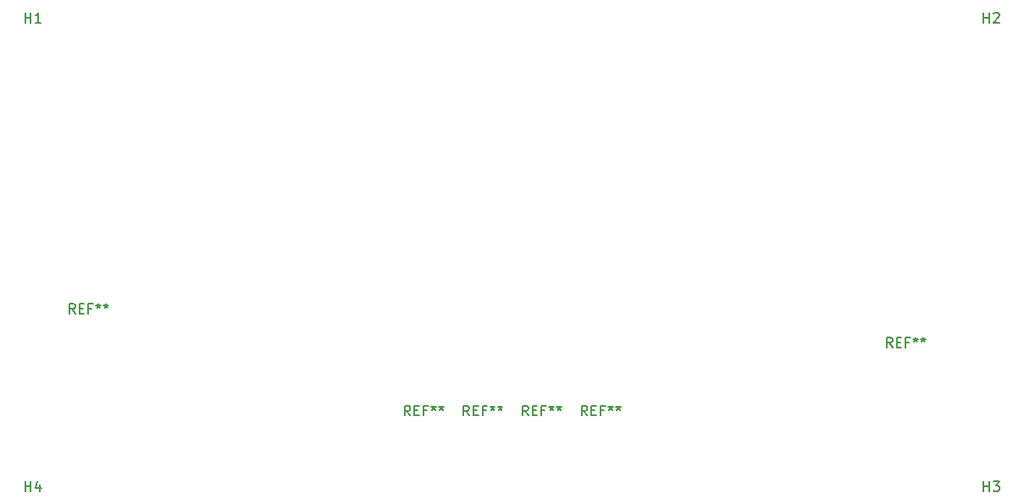
<source format=gbr>
G04 #@! TF.GenerationSoftware,KiCad,Pcbnew,5.0.2+dfsg1-1*
G04 #@! TF.CreationDate,2019-07-23T09:39:21-06:00*
G04 #@! TF.ProjectId,hl2-front,686c322d-6672-46f6-9e74-2e6b69636164,rev?*
G04 #@! TF.SameCoordinates,Original*
G04 #@! TF.FileFunction,Legend,Top*
G04 #@! TF.FilePolarity,Positive*
%FSLAX46Y46*%
G04 Gerber Fmt 4.6, Leading zero omitted, Abs format (unit mm)*
G04 Created by KiCad (PCBNEW 5.0.2+dfsg1-1) date Tue 23 Jul 2019 09:39:21 AM MDT*
%MOMM*%
%LPD*%
G01*
G04 APERTURE LIST*
%ADD10C,0.150000*%
G04 APERTURE END LIST*
G04 #@! TO.C,REF\002A\002A*
D10*
X120266666Y-184752380D02*
X119933333Y-184276190D01*
X119695238Y-184752380D02*
X119695238Y-183752380D01*
X120076190Y-183752380D01*
X120171428Y-183800000D01*
X120219047Y-183847619D01*
X120266666Y-183942857D01*
X120266666Y-184085714D01*
X120219047Y-184180952D01*
X120171428Y-184228571D01*
X120076190Y-184276190D01*
X119695238Y-184276190D01*
X120695238Y-184228571D02*
X121028571Y-184228571D01*
X121171428Y-184752380D02*
X120695238Y-184752380D01*
X120695238Y-183752380D01*
X121171428Y-183752380D01*
X121933333Y-184228571D02*
X121600000Y-184228571D01*
X121600000Y-184752380D02*
X121600000Y-183752380D01*
X122076190Y-183752380D01*
X122600000Y-183752380D02*
X122600000Y-183990476D01*
X122361904Y-183895238D02*
X122600000Y-183990476D01*
X122838095Y-183895238D01*
X122457142Y-184180952D02*
X122600000Y-183990476D01*
X122742857Y-184180952D01*
X123361904Y-183752380D02*
X123361904Y-183990476D01*
X123123809Y-183895238D02*
X123361904Y-183990476D01*
X123600000Y-183895238D01*
X123219047Y-184180952D02*
X123361904Y-183990476D01*
X123504761Y-184180952D01*
X114366666Y-184752380D02*
X114033333Y-184276190D01*
X113795238Y-184752380D02*
X113795238Y-183752380D01*
X114176190Y-183752380D01*
X114271428Y-183800000D01*
X114319047Y-183847619D01*
X114366666Y-183942857D01*
X114366666Y-184085714D01*
X114319047Y-184180952D01*
X114271428Y-184228571D01*
X114176190Y-184276190D01*
X113795238Y-184276190D01*
X114795238Y-184228571D02*
X115128571Y-184228571D01*
X115271428Y-184752380D02*
X114795238Y-184752380D01*
X114795238Y-183752380D01*
X115271428Y-183752380D01*
X116033333Y-184228571D02*
X115700000Y-184228571D01*
X115700000Y-184752380D02*
X115700000Y-183752380D01*
X116176190Y-183752380D01*
X116700000Y-183752380D02*
X116700000Y-183990476D01*
X116461904Y-183895238D02*
X116700000Y-183990476D01*
X116938095Y-183895238D01*
X116557142Y-184180952D02*
X116700000Y-183990476D01*
X116842857Y-184180952D01*
X117461904Y-183752380D02*
X117461904Y-183990476D01*
X117223809Y-183895238D02*
X117461904Y-183990476D01*
X117700000Y-183895238D01*
X117319047Y-184180952D02*
X117461904Y-183990476D01*
X117604761Y-184180952D01*
X108466666Y-184752380D02*
X108133333Y-184276190D01*
X107895238Y-184752380D02*
X107895238Y-183752380D01*
X108276190Y-183752380D01*
X108371428Y-183800000D01*
X108419047Y-183847619D01*
X108466666Y-183942857D01*
X108466666Y-184085714D01*
X108419047Y-184180952D01*
X108371428Y-184228571D01*
X108276190Y-184276190D01*
X107895238Y-184276190D01*
X108895238Y-184228571D02*
X109228571Y-184228571D01*
X109371428Y-184752380D02*
X108895238Y-184752380D01*
X108895238Y-183752380D01*
X109371428Y-183752380D01*
X110133333Y-184228571D02*
X109800000Y-184228571D01*
X109800000Y-184752380D02*
X109800000Y-183752380D01*
X110276190Y-183752380D01*
X110800000Y-183752380D02*
X110800000Y-183990476D01*
X110561904Y-183895238D02*
X110800000Y-183990476D01*
X111038095Y-183895238D01*
X110657142Y-184180952D02*
X110800000Y-183990476D01*
X110942857Y-184180952D01*
X111561904Y-183752380D02*
X111561904Y-183990476D01*
X111323809Y-183895238D02*
X111561904Y-183990476D01*
X111800000Y-183895238D01*
X111419047Y-184180952D02*
X111561904Y-183990476D01*
X111704761Y-184180952D01*
G04 #@! TO.C,H1*
X64075759Y-145413784D02*
X64075759Y-144413784D01*
X64075759Y-144889975D02*
X64647187Y-144889975D01*
X64647187Y-145413784D02*
X64647187Y-144413784D01*
X65647187Y-145413784D02*
X65075759Y-145413784D01*
X65361473Y-145413784D02*
X65361473Y-144413784D01*
X65266235Y-144556642D01*
X65170997Y-144651880D01*
X65075759Y-144699499D01*
G04 #@! TO.C,H4*
X64073942Y-192335091D02*
X64073942Y-191335091D01*
X64073942Y-191811282D02*
X64645370Y-191811282D01*
X64645370Y-192335091D02*
X64645370Y-191335091D01*
X65550132Y-191668425D02*
X65550132Y-192335091D01*
X65312037Y-191287472D02*
X65073942Y-192001758D01*
X65692989Y-192001758D01*
G04 #@! TO.C,H3*
X159893720Y-192328678D02*
X159893720Y-191328678D01*
X159893720Y-191804869D02*
X160465148Y-191804869D01*
X160465148Y-192328678D02*
X160465148Y-191328678D01*
X160846101Y-191328678D02*
X161465148Y-191328678D01*
X161131815Y-191709631D01*
X161274672Y-191709631D01*
X161369910Y-191757250D01*
X161417529Y-191804869D01*
X161465148Y-191900107D01*
X161465148Y-192138202D01*
X161417529Y-192233440D01*
X161369910Y-192281059D01*
X161274672Y-192328678D01*
X160988958Y-192328678D01*
X160893720Y-192281059D01*
X160846101Y-192233440D01*
G04 #@! TO.C,H2*
X159887308Y-145412074D02*
X159887308Y-144412074D01*
X159887308Y-144888265D02*
X160458736Y-144888265D01*
X160458736Y-145412074D02*
X160458736Y-144412074D01*
X160887308Y-144507313D02*
X160934927Y-144459694D01*
X161030165Y-144412074D01*
X161268260Y-144412074D01*
X161363498Y-144459694D01*
X161411117Y-144507313D01*
X161458736Y-144602551D01*
X161458736Y-144697789D01*
X161411117Y-144840646D01*
X160839689Y-145412074D01*
X161458736Y-145412074D01*
G04 #@! TO.C,REF\002A\002A*
X69066666Y-174552380D02*
X68733333Y-174076190D01*
X68495238Y-174552380D02*
X68495238Y-173552380D01*
X68876190Y-173552380D01*
X68971428Y-173600000D01*
X69019047Y-173647619D01*
X69066666Y-173742857D01*
X69066666Y-173885714D01*
X69019047Y-173980952D01*
X68971428Y-174028571D01*
X68876190Y-174076190D01*
X68495238Y-174076190D01*
X69495238Y-174028571D02*
X69828571Y-174028571D01*
X69971428Y-174552380D02*
X69495238Y-174552380D01*
X69495238Y-173552380D01*
X69971428Y-173552380D01*
X70733333Y-174028571D02*
X70400000Y-174028571D01*
X70400000Y-174552380D02*
X70400000Y-173552380D01*
X70876190Y-173552380D01*
X71400000Y-173552380D02*
X71400000Y-173790476D01*
X71161904Y-173695238D02*
X71400000Y-173790476D01*
X71638095Y-173695238D01*
X71257142Y-173980952D02*
X71400000Y-173790476D01*
X71542857Y-173980952D01*
X72161904Y-173552380D02*
X72161904Y-173790476D01*
X71923809Y-173695238D02*
X72161904Y-173790476D01*
X72400000Y-173695238D01*
X72019047Y-173980952D02*
X72161904Y-173790476D01*
X72304761Y-173980952D01*
X102566666Y-184752380D02*
X102233333Y-184276190D01*
X101995238Y-184752380D02*
X101995238Y-183752380D01*
X102376190Y-183752380D01*
X102471428Y-183800000D01*
X102519047Y-183847619D01*
X102566666Y-183942857D01*
X102566666Y-184085714D01*
X102519047Y-184180952D01*
X102471428Y-184228571D01*
X102376190Y-184276190D01*
X101995238Y-184276190D01*
X102995238Y-184228571D02*
X103328571Y-184228571D01*
X103471428Y-184752380D02*
X102995238Y-184752380D01*
X102995238Y-183752380D01*
X103471428Y-183752380D01*
X104233333Y-184228571D02*
X103900000Y-184228571D01*
X103900000Y-184752380D02*
X103900000Y-183752380D01*
X104376190Y-183752380D01*
X104900000Y-183752380D02*
X104900000Y-183990476D01*
X104661904Y-183895238D02*
X104900000Y-183990476D01*
X105138095Y-183895238D01*
X104757142Y-184180952D02*
X104900000Y-183990476D01*
X105042857Y-184180952D01*
X105661904Y-183752380D02*
X105661904Y-183990476D01*
X105423809Y-183895238D02*
X105661904Y-183990476D01*
X105900000Y-183895238D01*
X105519047Y-184180952D02*
X105661904Y-183990476D01*
X105804761Y-184180952D01*
X150766666Y-177952380D02*
X150433333Y-177476190D01*
X150195238Y-177952380D02*
X150195238Y-176952380D01*
X150576190Y-176952380D01*
X150671428Y-177000000D01*
X150719047Y-177047619D01*
X150766666Y-177142857D01*
X150766666Y-177285714D01*
X150719047Y-177380952D01*
X150671428Y-177428571D01*
X150576190Y-177476190D01*
X150195238Y-177476190D01*
X151195238Y-177428571D02*
X151528571Y-177428571D01*
X151671428Y-177952380D02*
X151195238Y-177952380D01*
X151195238Y-176952380D01*
X151671428Y-176952380D01*
X152433333Y-177428571D02*
X152100000Y-177428571D01*
X152100000Y-177952380D02*
X152100000Y-176952380D01*
X152576190Y-176952380D01*
X153100000Y-176952380D02*
X153100000Y-177190476D01*
X152861904Y-177095238D02*
X153100000Y-177190476D01*
X153338095Y-177095238D01*
X152957142Y-177380952D02*
X153100000Y-177190476D01*
X153242857Y-177380952D01*
X153861904Y-176952380D02*
X153861904Y-177190476D01*
X153623809Y-177095238D02*
X153861904Y-177190476D01*
X154100000Y-177095238D01*
X153719047Y-177380952D02*
X153861904Y-177190476D01*
X154004761Y-177380952D01*
G04 #@! TD*
M02*

</source>
